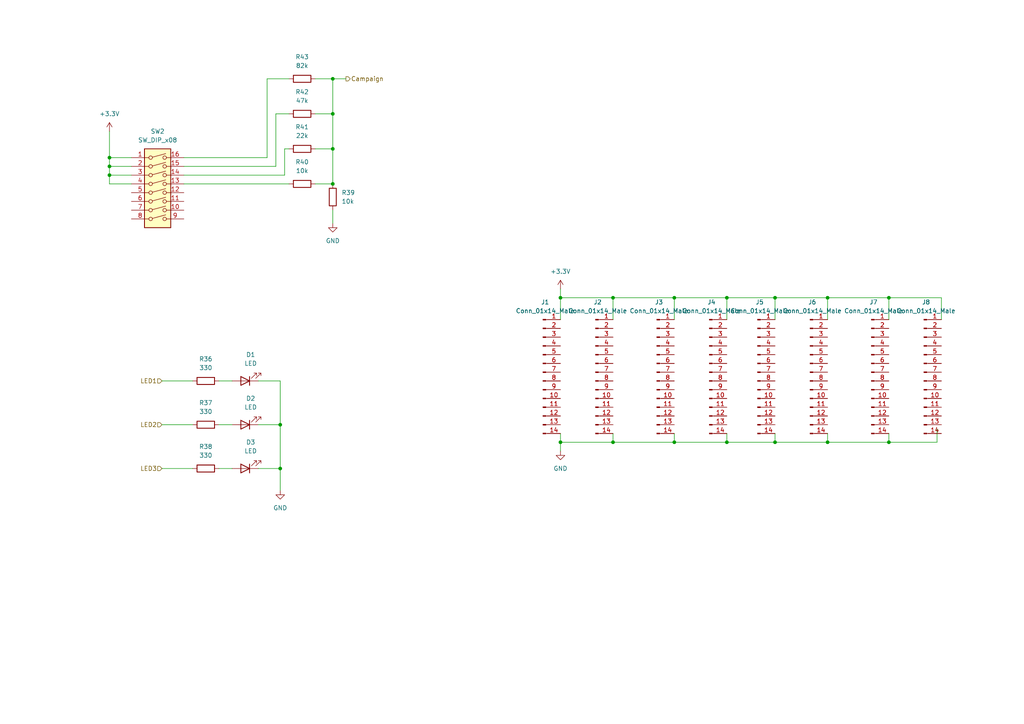
<source format=kicad_sch>
(kicad_sch (version 20231120) (generator "eeschema") (generator_version "8.0")
  (paper "A4")
  (title_block (title "Pouch 2") (date "2024-08-30") (company "Frankfurt University") (comment 2 "Author: Leon Schnieber"))
  (lib_symbols
    (symbol "Connector:Conn_01x14_Male" (pin_names (offset 1.016) hide)
      (property "Reference" "J" (at 0 17.78 0))
      (property "Value" "Conn_01x14_Male" (at 0 -20.32 0))
      (symbol "Conn_01x14_Male_1_1"
        (polyline (pts (xy 1.27 -17.78) (xy 0.8636 -17.78)) (stroke (width 0.1524)))
        (polyline (pts (xy 1.27 -15.24) (xy 0.8636 -15.24)) (stroke (width 0.1524)))
        (polyline (pts (xy 1.27 -12.7) (xy 0.8636 -12.7)) (stroke (width 0.1524)))
        (polyline (pts (xy 1.27 -10.16) (xy 0.8636 -10.16)) (stroke (width 0.1524)))
        (polyline (pts (xy 1.27 -7.62) (xy 0.8636 -7.62)) (stroke (width 0.1524)))
        (polyline (pts (xy 1.27 -5.08) (xy 0.8636 -5.08)) (stroke (width 0.1524)))
        (polyline (pts (xy 1.27 -2.54) (xy 0.8636 -2.54)) (stroke (width 0.1524)))
        (polyline (pts (xy 1.27 0) (xy 0.8636 0)) (stroke (width 0.1524)))
        (polyline (pts (xy 1.27 2.54) (xy 0.8636 2.54)) (stroke (width 0.1524)))
        (polyline (pts (xy 1.27 5.08) (xy 0.8636 5.08)) (stroke (width 0.1524)))
        (polyline (pts (xy 1.27 7.62) (xy 0.8636 7.62)) (stroke (width 0.1524)))
        (polyline (pts (xy 1.27 10.16) (xy 0.8636 10.16)) (stroke (width 0.1524)))
        (polyline (pts (xy 1.27 12.7) (xy 0.8636 12.7)) (stroke (width 0.1524)))
        (polyline (pts (xy 1.27 15.24) (xy 0.8636 15.24)) (stroke (width 0.1524)))
        (rectangle (start 0.8636 -17.653) (end 0 -17.907) (stroke (width 0.1524)) (fill (type outline)))
        (rectangle (start 0.8636 -15.113) (end 0 -15.367) (stroke (width 0.1524)) (fill (type outline)))
        (rectangle (start 0.8636 -12.573) (end 0 -12.827) (stroke (width 0.1524)) (fill (type outline)))
        (rectangle (start 0.8636 -10.033) (end 0 -10.287) (stroke (width 0.1524)) (fill (type outline)))
        (rectangle (start 0.8636 -7.493) (end 0 -7.747) (stroke (width 0.1524)) (fill (type outline)))
        (rectangle (start 0.8636 -4.953) (end 0 -5.207) (stroke (width 0.1524)) (fill (type outline)))
        (rectangle (start 0.8636 -2.413) (end 0 -2.667) (stroke (width 0.1524)) (fill (type outline)))
        (rectangle (start 0.8636 0.127) (end 0 -0.127) (stroke (width 0.1524)) (fill (type outline)))
        (rectangle (start 0.8636 2.667) (end 0 2.413) (stroke (width 0.1524)) (fill (type outline)))
        (rectangle (start 0.8636 5.207) (end 0 4.953) (stroke (width 0.1524)) (fill (type outline)))
        (rectangle (start 0.8636 7.747) (end 0 7.493) (stroke (width 0.1524)) (fill (type outline)))
        (rectangle (start 0.8636 10.287) (end 0 10.033) (stroke (width 0.1524)) (fill (type outline)))
        (rectangle (start 0.8636 12.827) (end 0 12.573) (stroke (width 0.1524)) (fill (type outline)))
        (rectangle (start 0.8636 15.367) (end 0 15.113) (stroke (width 0.1524)) (fill (type outline)))
        (pin passive line (at 5.08 15.24 180) (length 3.81) (name "Pin_1") (number "1"))
        (pin passive line (at 5.08 -7.62 180) (length 3.81) (name "Pin_10") (number "10"))
        (pin passive line (at 5.08 -10.16 180) (length 3.81) (name "Pin_11") (number "11"))
        (pin passive line (at 5.08 -12.7 180) (length 3.81) (name "Pin_12") (number "12"))
        (pin passive line (at 5.08 -15.24 180) (length 3.81) (name "Pin_13") (number "13"))
        (pin passive line (at 5.08 -17.78 180) (length 3.81) (name "Pin_14") (number "14"))
        (pin passive line (at 5.08 12.7 180) (length 3.81) (name "Pin_2") (number "2"))
        (pin passive line (at 5.08 10.16 180) (length 3.81) (name "Pin_3") (number "3"))
        (pin passive line (at 5.08 7.62 180) (length 3.81) (name "Pin_4") (number "4"))
        (pin passive line (at 5.08 5.08 180) (length 3.81) (name "Pin_5") (number "5"))
        (pin passive line (at 5.08 2.54 180) (length 3.81) (name "Pin_6") (number "6"))
        (pin passive line (at 5.08 0 180) (length 3.81) (name "Pin_7") (number "7"))
        (pin passive line (at 5.08 -2.54 180) (length 3.81) (name "Pin_8") (number "8"))
        (pin passive line (at 5.08 -5.08 180) (length 3.81) (name "Pin_9") (number "9"))
      )
    )
    (symbol "Device:LED" (pin_numbers hide) (pin_names (offset 1.016) hide)
      (property "Reference" "D" (at 0 2.54 0))
      (property "Value" "LED" (at 0 -2.54 0))
      (symbol "LED_0_1"
        (polyline (pts (xy -1.27 -1.27) (xy -1.27 1.27)) (stroke (width 0.254)))
        (polyline (pts (xy -1.27 0) (xy 1.27 0)))
        (polyline (pts (xy 1.27 -1.27) (xy 1.27 1.27) (xy -1.27 0) (xy 1.27 -1.27)) (stroke (width 0.254)))
        (polyline (pts (xy -3.048 -0.762) (xy -4.572 -2.286) (xy -3.81 -2.286) (xy -4.572 -2.286) (xy -4.572 -1.524)))
        (polyline (pts (xy -1.778 -0.762) (xy -3.302 -2.286) (xy -2.54 -2.286) (xy -3.302 -2.286) (xy -3.302 -1.524)))
      )
      (symbol "LED_1_1"
        (pin passive line (at -3.81 0 0) (length 2.54) (name "K") (number "1"))
        (pin passive line (at 3.81 0 180) (length 2.54) (name "A") (number "2"))
      )
    )
    (symbol "Device:R" (pin_numbers hide) (pin_names (offset 0))
      (property "Reference" "R" (at 2.032 0 90))
      (property "Value" "R" (at 0 0 90))
      (symbol "R_0_1"
        (rectangle (start -1.016 -2.54) (end 1.016 2.54) (stroke (width 0.254)))
      )
      (symbol "R_1_1"
        (pin passive line (at 0 3.81 270) (length 1.27) (name "~") (number "1"))
        (pin passive line (at 0 -3.81 90) (length 1.27) (name "~") (number "2"))
      )
    )
    (symbol "Switch:SW_DIP_x08" (pin_names (offset 0) hide)
      (property "Reference" "SW" (at 0 13.97 0))
      (property "Value" "SW_DIP_x08" (at 0 -11.43 0))
      (symbol "SW_DIP_x08_0_0"
        (circle (center -2.032 -7.62) (radius 0.508))
        (circle (center -2.032 -5.08) (radius 0.508))
        (circle (center -2.032 -2.54) (radius 0.508))
        (circle (center -2.032 0) (radius 0.508))
        (circle (center -2.032 2.54) (radius 0.508))
        (circle (center -2.032 5.08) (radius 0.508))
        (circle (center -2.032 7.62) (radius 0.508))
        (circle (center -2.032 10.16) (radius 0.508))
        (polyline (pts (xy -1.524 -7.4676) (xy 2.3622 -6.4262)))
        (polyline (pts (xy -1.524 -4.9276) (xy 2.3622 -3.8862)))
        (polyline (pts (xy -1.524 -2.3876) (xy 2.3622 -1.3462)))
        (polyline (pts (xy -1.524 0.127) (xy 2.3622 1.1684)))
        (polyline (pts (xy -1.524 2.667) (xy 2.3622 3.7084)))
        (polyline (pts (xy -1.524 5.207) (xy 2.3622 6.2484)))
        (polyline (pts (xy -1.524 7.747) (xy 2.3622 8.7884)))
        (polyline (pts (xy -1.524 10.287) (xy 2.3622 11.3284)))
        (circle (center 2.032 -7.62) (radius 0.508))
        (circle (center 2.032 -5.08) (radius 0.508))
        (circle (center 2.032 -2.54) (radius 0.508))
        (circle (center 2.032 0) (radius 0.508))
        (circle (center 2.032 2.54) (radius 0.508))
        (circle (center 2.032 5.08) (radius 0.508))
        (circle (center 2.032 7.62) (radius 0.508))
        (circle (center 2.032 10.16) (radius 0.508))
      )
      (symbol "SW_DIP_x08_0_1"
        (rectangle (start -3.81 12.7) (end 3.81 -10.16) (stroke (width 0.254)) (fill (type background)))
      )
      (symbol "SW_DIP_x08_1_1"
        (pin passive line (at -7.62 10.16 0) (length 5.08) (name "~") (number "1"))
        (pin passive line (at 7.62 -5.08 180) (length 5.08) (name "~") (number "10"))
        (pin passive line (at 7.62 -2.54 180) (length 5.08) (name "~") (number "11"))
        (pin passive line (at 7.62 0 180) (length 5.08) (name "~") (number "12"))
        (pin passive line (at 7.62 2.54 180) (length 5.08) (name "~") (number "13"))
        (pin passive line (at 7.62 5.08 180) (length 5.08) (name "~") (number "14"))
        (pin passive line (at 7.62 7.62 180) (length 5.08) (name "~") (number "15"))
        (pin passive line (at 7.62 10.16 180) (length 5.08) (name "~") (number "16"))
        (pin passive line (at -7.62 7.62 0) (length 5.08) (name "~") (number "2"))
        (pin passive line (at -7.62 5.08 0) (length 5.08) (name "~") (number "3"))
        (pin passive line (at -7.62 2.54 0) (length 5.08) (name "~") (number "4"))
        (pin passive line (at -7.62 0 0) (length 5.08) (name "~") (number "5"))
        (pin passive line (at -7.62 -2.54 0) (length 5.08) (name "~") (number "6"))
        (pin passive line (at -7.62 -5.08 0) (length 5.08) (name "~") (number "7"))
        (pin passive line (at -7.62 -7.62 0) (length 5.08) (name "~") (number "8"))
        (pin passive line (at 7.62 -7.62 180) (length 5.08) (name "~") (number "9"))
      )
    )
    (symbol "power:+3.3V" (power) (pin_names (offset 0))
      (property "Value" "+3.3V" (at 0 3.556 0))
      (symbol "+3.3V_0_1"
        (polyline (pts (xy -0.762 1.27) (xy 0 2.54)))
        (polyline (pts (xy 0 0) (xy 0 2.54)))
        (polyline (pts (xy 0 2.54) (xy 0.762 1.27)))
      )
      (symbol "+3.3V_1_1"
        (pin power_in line (at 0 0 90) (length 0) hide (name "+3V3") (number "1"))
      )
    )
    (symbol "power:GND" (power) (pin_names (offset 0))
      (property "Value" "GND" (at 0 -3.81 0))
      (symbol "GND_0_1"
        (polyline (pts (xy 0 0) (xy 0 -1.27) (xy 1.27 -1.27) (xy 0 -2.54) (xy -1.27 -1.27) (xy 0 -1.27)))
      )
      (symbol "GND_1_1"
        (pin power_in line (at 0 0 270) (length 0) hide (name "GND") (number "1"))
      )
    )
  )
  (junction (at 177.8 86.36))
  (junction (at 257.81 128.27))
  (junction (at 195.58 128.27))
  (junction (at 177.8 128.27))
  (junction (at 257.81 86.36))
  (junction (at 96.52 33.02))
  (junction (at 96.52 53.34))
  (junction (at 162.56 128.27))
  (junction (at 31.75 48.26))
  (junction (at 31.75 45.72))
  (junction (at 210.82 86.36))
  (junction (at 81.28 123.19))
  (junction (at 31.75 50.8))
  (junction (at 195.58 86.36))
  (junction (at 224.79 128.27))
  (junction (at 224.79 86.36))
  (junction (at 81.28 135.89))
  (junction (at 162.56 86.36))
  (junction (at 210.82 128.27))
  (junction (at 240.03 86.36))
  (junction (at 96.52 43.18))
  (junction (at 240.03 128.27))
  (junction (at 96.52 22.86))
  (wire (pts (xy 38.1 53.34) (xy 31.75 53.34)))
  (wire (pts (xy 177.8 92.71) (xy 177.8 86.36)))
  (wire (pts (xy 46.99 123.19) (xy 55.88 123.19)))
  (wire (pts (xy 162.56 86.36) (xy 162.56 92.71)))
  (wire (pts (xy 53.34 48.26) (xy 80.01 48.26)))
  (wire (pts (xy 271.78 128.27) (xy 271.78 124.46)))
  (wire (pts (xy 31.75 45.72) (xy 31.75 48.26)))
  (wire (pts (xy 38.1 45.72) (xy 31.75 45.72)))
  (wire (pts (xy 210.82 125.73) (xy 210.82 128.27)))
  (wire (pts (xy 46.99 135.89) (xy 55.88 135.89)))
  (wire (pts (xy 80.01 48.26) (xy 80.01 33.02)))
  (wire (pts (xy 195.58 86.36) (xy 210.82 86.36)))
  (wire (pts (xy 31.75 53.34) (xy 31.75 50.8)))
  (wire (pts (xy 240.03 125.73) (xy 240.03 128.27)))
  (wire (pts (xy 77.47 22.86) (xy 83.82 22.86)))
  (wire (pts (xy 96.52 22.86) (xy 96.52 33.02)))
  (wire (pts (xy 82.55 43.18) (xy 82.55 50.8)))
  (wire (pts (xy 195.58 125.73) (xy 195.58 128.27)))
  (wire (pts (xy 240.03 128.27) (xy 257.81 128.27)))
  (wire (pts (xy 240.03 92.71) (xy 240.03 86.36)))
  (wire (pts (xy 162.56 86.36) (xy 177.8 86.36)))
  (wire (pts (xy 91.44 53.34) (xy 96.52 53.34)))
  (wire (pts (xy 96.52 43.18) (xy 96.52 53.34)))
  (wire (pts (xy 63.5 123.19) (xy 67.31 123.19)))
  (wire (pts (xy 224.79 92.71) (xy 224.79 86.36)))
  (wire (pts (xy 74.93 123.19) (xy 81.28 123.19)))
  (wire (pts (xy 273.05 86.36) (xy 257.81 86.36)))
  (wire (pts (xy 162.56 83.82) (xy 162.56 86.36)))
  (wire (pts (xy 31.75 50.8) (xy 31.75 48.26)))
  (wire (pts (xy 74.93 110.49) (xy 81.28 110.49)))
  (wire (pts (xy 100.33 22.86) (xy 96.52 22.86)))
  (wire (pts (xy 38.1 50.8) (xy 31.75 50.8)))
  (wire (pts (xy 210.82 86.36) (xy 224.79 86.36)))
  (wire (pts (xy 91.44 22.86) (xy 96.52 22.86)))
  (wire (pts (xy 195.58 92.71) (xy 195.58 86.36)))
  (wire (pts (xy 91.44 43.18) (xy 96.52 43.18)))
  (wire (pts (xy 38.1 48.26) (xy 31.75 48.26)))
  (wire (pts (xy 257.81 125.73) (xy 257.81 128.27)))
  (wire (pts (xy 63.5 135.89) (xy 67.31 135.89)))
  (wire (pts (xy 77.47 45.72) (xy 77.47 22.86)))
  (wire (pts (xy 195.58 128.27) (xy 210.82 128.27)))
  (wire (pts (xy 81.28 110.49) (xy 81.28 123.19)))
  (wire (pts (xy 273.05 92.71) (xy 273.05 86.36)))
  (wire (pts (xy 82.55 43.18) (xy 83.82 43.18)))
  (wire (pts (xy 257.81 128.27) (xy 271.78 128.27)))
  (wire (pts (xy 80.01 33.02) (xy 83.82 33.02)))
  (wire (pts (xy 46.99 110.49) (xy 55.88 110.49)))
  (wire (pts (xy 210.82 92.71) (xy 210.82 86.36)))
  (wire (pts (xy 162.56 128.27) (xy 177.8 128.27)))
  (wire (pts (xy 81.28 123.19) (xy 81.28 135.89)))
  (wire (pts (xy 53.34 45.72) (xy 77.47 45.72)))
  (wire (pts (xy 74.93 135.89) (xy 81.28 135.89)))
  (wire (pts (xy 53.34 53.34) (xy 83.82 53.34)))
  (wire (pts (xy 240.03 86.36) (xy 257.81 86.36)))
  (wire (pts (xy 91.44 33.02) (xy 96.52 33.02)))
  (wire (pts (xy 177.8 86.36) (xy 195.58 86.36)))
  (wire (pts (xy 162.56 128.27) (xy 162.56 130.81)))
  (wire (pts (xy 162.56 125.73) (xy 162.56 128.27)))
  (wire (pts (xy 96.52 60.96) (xy 96.52 64.77)))
  (wire (pts (xy 63.5 110.49) (xy 67.31 110.49)))
  (wire (pts (xy 81.28 135.89) (xy 81.28 142.24)))
  (wire (pts (xy 257.81 86.36) (xy 257.81 92.71)))
  (wire (pts (xy 210.82 128.27) (xy 224.79 128.27)))
  (wire (pts (xy 177.8 125.73) (xy 177.8 128.27)))
  (wire (pts (xy 96.52 33.02) (xy 96.52 43.18)))
  (wire (pts (xy 224.79 125.73) (xy 224.79 128.27)))
  (wire (pts (xy 177.8 128.27) (xy 195.58 128.27)))
  (wire (pts (xy 82.55 50.8) (xy 53.34 50.8)))
  (wire (pts (xy 224.79 86.36) (xy 240.03 86.36)))
  (wire (pts (xy 31.75 45.72) (xy 31.75 38.1)))
  (wire (pts (xy 224.79 128.27) (xy 240.03 128.27)))
  (hierarchical_label "Campaign" (shape output) (at 100.33 22.86 0))
  (hierarchical_label "LED3" (shape input) (at 46.99 135.89 180))
  (hierarchical_label "LED1" (shape input) (at 46.99 110.49 180))
  (hierarchical_label "LED2" (shape input) (at 46.99 123.19 180))
  (symbol (lib_id "Device:R") (at 59.69 110.49 90) (unit 1)
    (property "Reference" "R36" (at 59.69 104.14 90))
    (property "Value" "330" (at 59.69 106.68 90))
    (property "Description" "Resistor" (effects (hide yes)))
  )
  (symbol (lib_id "power:GND") (at 96.52 64.77 0) (unit 1)
    (property "Reference" "#PWR027" (effects (hide yes)))
    (property "Value" "GND" (at 96.52 69.85 0))
    (property "Description" "Power symbol creates a global label with name \"GND\" , ground" (effects (hide yes)))
  )
  (symbol (lib_id "Device:R") (at 87.63 22.86 90) (unit 1)
    (property "Reference" "R43" (at 87.63 16.51 90))
    (property "Value" "82k" (at 87.63 19.05 90))
    (property "Description" "Resistor" (effects (hide yes)))
  )
  (symbol (lib_id "Device:R") (at 87.63 53.34 90) (unit 1)
    (property "Reference" "R40" (at 87.63 46.99 90))
    (property "Value" "10k" (at 87.63 49.53 90))
    (property "Description" "Resistor" (effects (hide yes)))
  )
  (symbol (lib_id "Device:LED") (at 71.12 123.19 180) (unit 1)
    (property "Reference" "D2" (at 72.7075 115.57 0))
    (property "Value" "LED" (at 72.7075 118.11 0))
    (property "Description" "Light emitting diode" (effects (hide yes)))
  )
  (symbol (lib_id "Connector:Conn_01x14_Male") (at 219.71 107.95 0) (unit 1)
    (property "Reference" "J5" (at 220.345 87.63 0))
    (property "Value" "Conn_01x14_Male" (at 220.345 90.17 0))
    (property "Description" "Generic connector, single row, 01x14, script generated (kicad-library-utils/schlib/autogen/connector/)" (effects (hide yes)))
  )
  (symbol (lib_id "Connector:Conn_01x14_Male") (at 172.72 107.95 0) (unit 1)
    (property "Reference" "J2" (at 173.355 87.63 0))
    (property "Value" "Conn_01x14_Male" (at 173.355 90.17 0))
    (property "Description" "Generic connector, single row, 01x14, script generated (kicad-library-utils/schlib/autogen/connector/)" (effects (hide yes)))
  )
  (symbol (lib_id "power:+3.3V") (at 31.75 38.1 0) (unit 1)
    (property "Reference" "#PWR026" (effects (hide yes)))
    (property "Value" "+3.3V" (at 31.75 33.02 0))
    (property "Description" "Power symbol creates a global label with name \"+3.3V\"" (effects (hide yes)))
  )
  (symbol (lib_id "power:GND") (at 162.56 130.81 0) (unit 1)
    (property "Reference" "#PWR029" (effects (hide yes)))
    (property "Value" "GND" (at 162.56 135.89 0))
    (property "Description" "Power symbol creates a global label with name \"GND\" , ground" (effects (hide yes)))
  )
  (symbol (lib_id "Device:LED") (at 71.12 135.89 180) (unit 1)
    (property "Reference" "D3" (at 72.7075 128.27 0))
    (property "Value" "LED" (at 72.7075 130.81 0))
    (property "Description" "Light emitting diode" (effects (hide yes)))
  )
  (symbol (lib_id "Device:R") (at 87.63 33.02 90) (unit 1)
    (property "Reference" "R42" (at 87.63 26.67 90))
    (property "Value" "47k" (at 87.63 29.21 90))
    (property "Description" "Resistor" (effects (hide yes)))
  )
  (symbol (lib_id "Device:R") (at 87.63 43.18 90) (unit 1)
    (property "Reference" "R41" (at 87.63 36.83 90))
    (property "Value" "22k" (at 87.63 39.37 90))
    (property "Description" "Resistor" (effects (hide yes)))
  )
  (symbol (lib_id "Connector:Conn_01x14_Male") (at 252.73 107.95 0) (unit 1)
    (property "Reference" "J7" (at 253.365 87.63 0))
    (property "Value" "Conn_01x14_Male" (at 253.365 90.17 0))
    (property "Description" "Generic connector, single row, 01x14, script generated (kicad-library-utils/schlib/autogen/connector/)" (effects (hide yes)))
  )
  (symbol (lib_id "Connector:Conn_01x14_Male") (at 157.48 107.95 0) (unit 1)
    (property "Reference" "J1" (at 158.115 87.63 0))
    (property "Value" "Conn_01x14_Male" (at 158.115 90.17 0))
    (property "Description" "Generic connector, single row, 01x14, script generated (kicad-library-utils/schlib/autogen/connector/)" (effects (hide yes)))
  )
  (symbol (lib_id "Device:LED") (at 71.12 110.49 180) (unit 1)
    (property "Reference" "D1" (at 72.7075 102.87 0))
    (property "Value" "LED" (at 72.7075 105.41 0))
    (property "Description" "Light emitting diode" (effects (hide yes)))
  )
  (symbol (lib_id "Device:R") (at 59.69 135.89 90) (unit 1)
    (property "Reference" "R38" (at 59.69 129.54 90))
    (property "Value" "330" (at 59.69 132.08 90))
    (property "Description" "Resistor" (effects (hide yes)))
  )
  (symbol (lib_id "Switch:SW_DIP_x08") (at 45.72 55.88 0) (unit 1)
    (property "Reference" "SW2" (at 45.72 38.1 0))
    (property "Value" "SW_DIP_x08" (at 45.72 40.64 0))
    (property "Description" "8x DIP Switch, Single Pole Single Throw (SPST) switch, small symbol" (effects (hide yes)))
  )
  (symbol (lib_id "Device:R") (at 96.52 57.15 0) (unit 1)
    (property "Reference" "R39" (at 99.06 55.8799 0) (effects (justify left)))
    (property "Value" "10k" (at 99.06 58.4199 0) (effects (justify left)))
    (property "Description" "Resistor" (effects (hide yes)))
  )
  (symbol (lib_id "Connector:Conn_01x14_Male") (at 267.97 107.95 0) (unit 1)
    (property "Reference" "J8" (at 268.605 87.63 0))
    (property "Value" "Conn_01x14_Male" (at 268.605 90.17 0))
    (property "Description" "Generic connector, single row, 01x14, script generated (kicad-library-utils/schlib/autogen/connector/)" (effects (hide yes)))
  )
  (symbol (lib_id "power:+3.3V") (at 162.56 83.82 0) (unit 1)
    (property "Reference" "#PWR028" (effects (hide yes)))
    (property "Value" "+3.3V" (at 162.56 78.74 0))
    (property "Description" "Power symbol creates a global label with name \"+3.3V\"" (effects (hide yes)))
  )
  (symbol (lib_id "Device:R") (at 59.69 123.19 90) (unit 1)
    (property "Reference" "R37" (at 59.69 116.84 90))
    (property "Value" "330" (at 59.69 119.38 90))
    (property "Description" "Resistor" (effects (hide yes)))
  )
  (symbol (lib_id "Connector:Conn_01x14_Male") (at 190.5 107.95 0) (unit 1)
    (property "Reference" "J3" (at 191.135 87.63 0))
    (property "Value" "Conn_01x14_Male" (at 191.135 90.17 0))
    (property "Description" "Generic connector, single row, 01x14, script generated (kicad-library-utils/schlib/autogen/connector/)" (effects (hide yes)))
  )
  (symbol (lib_id "Connector:Conn_01x14_Male") (at 234.95 107.95 0) (unit 1)
    (property "Reference" "J6" (at 235.585 87.63 0))
    (property "Value" "Conn_01x14_Male" (at 235.585 90.17 0))
    (property "Description" "Generic connector, single row, 01x14, script generated (kicad-library-utils/schlib/autogen/connector/)" (effects (hide yes)))
  )
  (symbol (lib_id "Connector:Conn_01x14_Male") (at 205.74 107.95 0) (unit 1)
    (property "Reference" "J4" (at 206.375 87.63 0))
    (property "Value" "Conn_01x14_Male" (at 206.375 90.17 0))
    (property "Description" "Generic connector, single row, 01x14, script generated (kicad-library-utils/schlib/autogen/connector/)" (effects (hide yes)))
  )
  (symbol (lib_id "power:GND") (at 81.28 142.24 0) (unit 1)
    (property "Reference" "#PWR025" (effects (hide yes)))
    (property "Value" "GND" (at 81.28 147.32 0))
    (property "Description" "Power symbol creates a global label with name \"GND\" , ground" (effects (hide yes)))
  )
)
</source>
